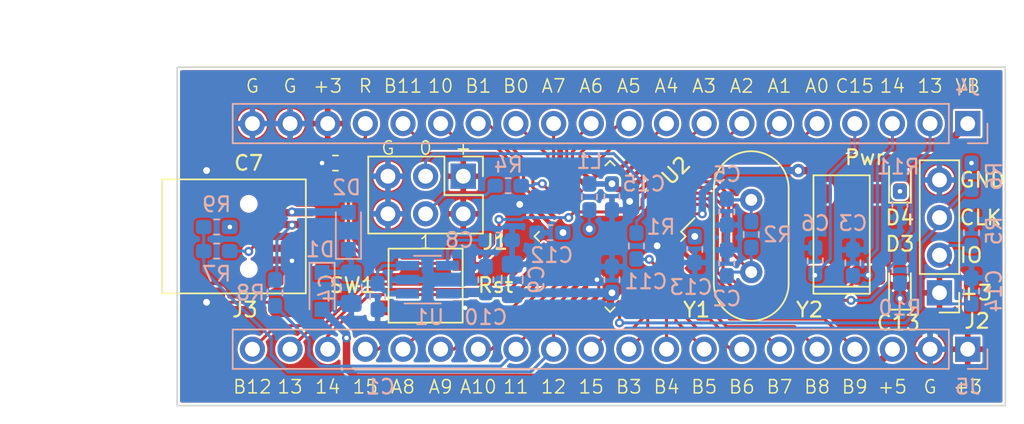
<source format=kicad_pcb>
(kicad_pcb (version 20171130) (host pcbnew "(5.1.5)-3")
  (layers (0 F.Cu signal) (31 B.Cu signal) (34 B.Paste user) (35 F.Paste user) (36 B.SilkS user) (37 F.SilkS user) (38 B.Mask user) (39 F.Mask user) (44 Edge.Cuts user))
  (net 0 "")
  (net 1 GND)
  (net 2 +5V)
  (net 3 /Reset)
  (net 4 +3V3)
  (net 5 /Boot1R)
  (net 6 /Boot0R)
  (net 7 /Boot0)
  (net 8 /DCLK)
  (net 9 /DIO)
  (net 10 /D+)
  (net 11 /D-)
  (net 12 /B11)
  (net 13 /B10)
  (net 14 /B1)
  (net 15 /B0)
  (net 16 /A7)
  (net 17 /A5)
  (net 18 /A4)
  (net 19 /A3)
  (net 20 /A2)
  (net 21 /A1)
  (net 22 /A0)
  (net 23 /C15)
  (net 24 /C14)
  (net 25 /C13)
  (net 26 /3VB)
  (net 27 /B12)
  (net 28 /B13)
  (net 29 /B14)
  (net 30 /B15)
  (net 31 /A8)
  (net 32 /A9)
  (net 33 /A10)
  (net 34 /A11)
  (net 35 /A12)
  (net 36 /A15)
  (net 37 /B3)
  (net 38 /B4)
  (net 39 /B5)
  (net 40 /B6)
  (net 41 /B7)
  (net 42 /B8)
  (net 43 /B9)
  (net 44 /B2)
  (net 45 /D0)
  (net 46 /D1)
  (net 47 /A6)
  (net 48 /LedR)
  (net 49 /PLedR)
  (net 50 /BP)
  (net 51 /+VUSB)
  (net 52 /VDDA)
  (net 53 /5VIn)
  (module Capacitor_SMD:C_0805_2012Metric_Pad1.15x1.40mm_HandSolder (layer B.Cu) (at 149.5425 106.3715 270)
    (fp_text reference C4 (at 0 1.65 90) (layer B.SilkS) (effects (justify mirror)))
    (fp_text value 10u)
    (pad 2 smd roundrect (at 1.025 0 270) (size 1.15 1.4) (layers B.Cu B.Paste B.Mask) (roundrect_rratio 0.217391) (net 1 GND))
    (pad 1 smd roundrect (at -1.025 0 270) (size 1.15 1.4) (layers B.Cu B.Paste B.Mask) (roundrect_rratio 0.217391) (net 2 +5V))
  )
  (module Capacitor_SMD:C_0805_2012Metric_Pad1.15x1.40mm_HandSolder (layer B.Cu) (at 160.401 105.777 90)
    (fp_text reference C9 (at 0 1.65 90) (layer B.SilkS) (effects (justify mirror)))
    (fp_text value 10u)
    (pad 2 smd roundrect (at 1.025 0 90) (size 1.15 1.4) (layers B.Cu B.Paste B.Mask) (roundrect_rratio 0.217391) (net 1 GND))
    (pad 1 smd roundrect (at -1.025 0 90) (size 1.15 1.4) (layers B.Cu B.Paste B.Mask) (roundrect_rratio 0.217391) (net 4 +3V3))
  )
  (module Diode_SMD:D_SOD-323_HandSoldering (layer B.Cu) (at 147.574 106.553 270)
    (fp_text reference D1 (at -2.794 0.127 180) (layer B.SilkS) (effects (justify mirror)))
    (fp_text value CUS551V30,H3F)
    (pad 2 smd rect (at 1.25 0 270) (size 1 1) (layers B.Cu B.Paste B.Mask) (net 53 /5VIn))
    (pad 1 smd rect (at -1.25 0 270) (size 1 1) (layers B.Cu B.Paste B.Mask) (net 2 +5V))
  )
  (module Diode_SMD:D_SOD-323_HandSoldering (layer B.Cu) (at 149.352 102.489 90)
    (fp_text reference D2 (at 2.921 -0.127 180) (layer B.SilkS) (effects (justify mirror)))
    (fp_text value CUS551V30,H3F)
    (pad 2 smd rect (at 1.25 0 90) (size 1 1) (layers B.Cu B.Paste B.Mask) (net 51 /+VUSB))
    (pad 1 smd rect (at -1.25 0 90) (size 1 1) (layers B.Cu B.Paste B.Mask) (net 2 +5V))
  )
  (module Capacitor_SMD:C_0603_1608Metric_Pad1.05x0.95mm_HandSolder (layer B.Cu) (at 158.623 105.791 90)
    (fp_text reference C10 (at -2.54 0 180) (layer B.SilkS) (effects (justify mirror)))
    (fp_text value .1uf)
    (pad 2 smd roundrect (at 0.875 0 90) (size 1.05 0.95) (layers B.Cu B.Paste B.Mask) (net 1 GND))
    (pad 1 smd roundrect (at -0.875 0 90) (size 1.05 0.95) (layers B.Cu B.Paste B.Mask) (net 4 +3V3))
  )
  (module Connector_PinHeader_2.54mm:PinHeader_2x03_P2.54mm_Vertical (layer F.Cu) (at 157.099 98.806 270)
    (fp_text reference J1 (at 4.445 -2.159 180) (layer F.SilkS))
    (fp_text value Conn_02x03_Odd_Even)
    (pad 6 thru_hole oval (at 2.54 5.08 270) (size 1.7 1.7) (drill 1) (layers *.Cu *.Mask) (net 1 GND))
    (pad 5 thru_hole oval (at 0 5.08 270) (size 1.7 1.7) (drill 1) (layers *.Cu *.Mask) (net 1 GND))
    (pad 4 thru_hole oval (at 2.54 2.54 270) (size 1.7 1.7) (drill 1) (layers *.Cu *.Mask) (net 5 /Boot1R))
    (pad 3 thru_hole oval (at 0 2.54 270) (size 1.7 1.7) (drill 1) (layers *.Cu *.Mask) (net 6 /Boot0R))
    (pad 2 thru_hole oval (at 2.54 0 270) (size 1.7 1.7) (drill 1) (layers *.Cu *.Mask) (net 4 +3V3))
    (pad 1 thru_hole rect (at 0 0 270) (size 1.7 1.7) (drill 1) (layers *.Cu *.Mask) (net 4 +3V3))
  )
  (module Inductor_SMD:L_0603_1608Metric_Pad1.05x0.95mm_HandSolder (layer B.Cu) (at 165.608 100.203 90)
    (fp_text reference L1 (at 2.413 0 180) (layer B.SilkS) (effects (justify mirror)))
    (fp_text value BLM18AG102SN1D)
    (pad 2 smd roundrect (at 0.875 0 90) (size 1.05 0.95) (layers B.Cu B.Paste B.Mask) (net 52 /VDDA))
    (pad 1 smd roundrect (at -0.875 0 90) (size 1.05 0.95) (layers B.Cu B.Paste B.Mask) (net 4 +3V3))
  )
  (module Package_TO_SOT_SMD:SOT-23-5_HandSoldering (layer B.Cu) (at 154.686 105.791)
    (fp_text reference U1 (at 0.127 2.54) (layer B.SilkS) (effects (justify mirror)))
    (fp_text value RT9193)
    (pad 5 smd rect (at 1.35 0.95) (size 1.56 0.65) (layers B.Cu B.Paste B.Mask) (net 4 +3V3))
    (pad 4 smd rect (at 1.35 -0.95) (size 1.56 0.65) (layers B.Cu B.Paste B.Mask) (net 50 /BP))
    (pad 3 smd rect (at -1.35 -0.95) (size 1.56 0.65) (layers B.Cu B.Paste B.Mask) (net 2 +5V))
    (pad 2 smd rect (at -1.35 0) (size 1.56 0.65) (layers B.Cu B.Paste B.Mask) (net 1 GND))
    (pad 1 smd rect (at -1.35 0.95) (size 1.56 0.65) (layers B.Cu B.Paste B.Mask) (net 2 +5V))
  )
  (module Capacitor_SMD:C_0603_1608Metric_Pad1.05x0.95mm_HandSolder (layer B.Cu) (at 159.526 103.124)
    (fp_text reference C8 (at -2.681 0) (layer B.SilkS) (effects (justify mirror)))
    (fp_text value .1u)
    (pad 2 smd roundrect (at 0.875 0) (size 1.05 0.95) (layers B.Cu B.Paste B.Mask) (net 1 GND))
    (pad 1 smd roundrect (at -0.875 0) (size 1.05 0.95) (layers B.Cu B.Paste B.Mask) (net 50 /BP))
  )
  (module Capacitor_SMD:C_0603_1608Metric_Pad1.05x0.95mm_HandSolder (layer B.Cu) (at 167.132 100.203 270)
    (fp_text reference C15 (at -0.889 -2.159 180) (layer B.SilkS) (effects (justify mirror)))
    (fp_text value .1uf)
    (pad 2 smd roundrect (at 0.875 0 270) (size 1.05 0.95) (layers B.Cu B.Paste B.Mask) (net 1 GND))
    (pad 1 smd roundrect (at -0.875 0 270) (size 1.05 0.95) (layers B.Cu B.Paste B.Mask) (net 52 /VDDA))
  )
  (module Capacitor_SMD:C_0603_1608Metric_Pad1.05x0.95mm_HandSolder (layer B.Cu) (at 172.72 103.759 270)
    (fp_text reference C13 (at 2.54 0.254 180) (layer B.SilkS) (effects (justify mirror)))
    (fp_text value .1uf)
    (pad 2 smd roundrect (at 0.875 0 270) (size 1.05 0.95) (layers B.Cu B.Paste B.Mask) (net 1 GND))
    (pad 1 smd roundrect (at -0.875 0 270) (size 1.05 0.95) (layers B.Cu B.Paste B.Mask) (net 4 +3V3))
  )
  (module Capacitor_SMD:C_0603_1608Metric_Pad1.05x0.95mm_HandSolder (layer B.Cu) (at 162.941 102.616 180)
    (fp_text reference C12 (at -0.127 -1.524) (layer B.SilkS) (effects (justify mirror)))
    (fp_text value .1uf)
    (pad 2 smd roundrect (at 0.875 0 180) (size 1.05 0.95) (layers B.Cu B.Paste B.Mask) (net 1 GND))
    (pad 1 smd roundrect (at -0.875 0 180) (size 1.05 0.95) (layers B.Cu B.Paste B.Mask) (net 4 +3V3))
  )
  (module Capacitor_SMD:C_0603_1608Metric_Pad1.05x0.95mm_HandSolder (layer B.Cu) (at 167.132 105.791 90)
    (fp_text reference C11 (at -0.127 2.286 180) (layer B.SilkS) (effects (justify mirror)))
    (fp_text value .1uf)
    (pad 2 smd roundrect (at 0.875 0 90) (size 1.05 0.95) (layers B.Cu B.Paste B.Mask) (net 1 GND))
    (pad 1 smd roundrect (at -0.875 0 90) (size 1.05 0.95) (layers B.Cu B.Paste B.Mask) (net 4 +3V3))
  )
  (module Resistor_SMD:R_0603_1608Metric_Pad1.05x0.95mm_HandSolder (layer B.Cu) (at 186.563 100.711 270)
    (fp_text reference R11 (at -2.54 0.127 180) (layer B.SilkS) (effects (justify mirror)))
    (fp_text value 10k)
    (pad 2 smd roundrect (at 0.875 0 270) (size 1.05 0.95) (layers B.Cu B.Paste B.Mask) (net 1 GND))
    (pad 1 smd roundrect (at -0.875 0 270) (size 1.05 0.95) (layers B.Cu B.Paste B.Mask) (net 49 /PLedR))
  )
  (module Resistor_SMD:R_0603_1608Metric_Pad1.05x0.95mm_HandSolder (layer B.Cu) (at 186.563 105.156 90)
    (fp_text reference R10 (at -2.54 0 180) (layer B.SilkS) (effects (justify mirror)))
    (fp_text value 10k)
    (pad 2 smd roundrect (at 0.875 0 90) (size 1.05 0.95) (layers B.Cu B.Paste B.Mask) (net 25 /C13))
    (pad 1 smd roundrect (at -0.875 0 90) (size 1.05 0.95) (layers B.Cu B.Paste B.Mask) (net 48 /LedR))
  )
  (module LED_SMD:LED_0603_1608Metric_Pad1.05x0.95mm_HandSolder (layer F.Cu) (at 186.563 98.933 90)
    (fp_text reference D4 (at -2.667 0 180) (layer F.SilkS))
    (fp_text value LED)
    (pad 2 smd roundrect (at 0.875 0 90) (size 1.05 0.95) (layers F.Cu F.Paste F.Mask) (net 4 +3V3))
    (pad 1 smd roundrect (at -0.875 0 90) (size 1.05 0.95) (layers F.Cu F.Paste F.Mask) (net 49 /PLedR))
  )
  (module LED_SMD:LED_0603_1608Metric_Pad1.05x0.95mm_HandSolder (layer F.Cu) (at 186.563 106.158 90)
    (fp_text reference D3 (at 2.78 0 180) (layer F.SilkS))
    (fp_text value LED)
    (pad 2 smd roundrect (at 0.875 0 90) (size 1.05 0.95) (layers F.Cu F.Paste F.Mask) (net 4 +3V3))
    (pad 1 smd roundrect (at -0.875 0 90) (size 1.05 0.95) (layers F.Cu F.Paste F.Mask) (net 48 /LedR))
  )
  (module Resistor_SMD:R_0603_1608Metric_Pad1.05x0.95mm_HandSolder (layer B.Cu) (at 176.53 102.743 270)
    (fp_text reference R2 (at 0 -1.778 180) (layer B.SilkS) (effects (justify mirror)))
    (fp_text value R)
    (pad 2 smd roundrect (at 0.875 0 270) (size 1.05 0.95) (layers B.Cu B.Paste B.Mask) (net 45 /D0))
    (pad 1 smd roundrect (at -0.875 0 270) (size 1.05 0.95) (layers B.Cu B.Paste B.Mask) (net 46 /D1))
  )
  (module Resistor_SMD:R_0603_1608Metric_Pad1.05x0.95mm_HandSolder (layer B.Cu) (at 191.389 98.806 270)
    (fp_text reference R6 (at 0 -1.524 270) (layer B.SilkS) (effects (justify mirror)))
    (fp_text value 10k)
    (pad 2 smd roundrect (at 0.875 0 270) (size 1.05 0.95) (layers B.Cu B.Paste B.Mask) (net 8 /DCLK))
    (pad 1 smd roundrect (at -0.875 0 270) (size 1.05 0.95) (layers B.Cu B.Paste B.Mask) (net 4 +3V3))
  )
  (module Resistor_SMD:R_0603_1608Metric_Pad1.05x0.95mm_HandSolder (layer B.Cu) (at 191.389 102.616 270)
    (fp_text reference R5 (at -0.127 -1.524 270) (layer B.SilkS) (effects (justify mirror)))
    (fp_text value 10k)
    (pad 2 smd roundrect (at 0.875 0 270) (size 1.05 0.95) (layers B.Cu B.Paste B.Mask) (net 9 /DIO))
    (pad 1 smd roundrect (at -0.875 0 270) (size 1.05 0.95) (layers B.Cu B.Paste B.Mask) (net 1 GND))
  )
  (module Capacitor_SMD:C_0603_1608Metric_Pad1.05x0.95mm_HandSolder (layer B.Cu) (at 191.389 106.553 90)
    (fp_text reference C14 (at 0 1.524 270) (layer B.SilkS) (effects (justify mirror)))
    (fp_text value .1uf)
    (pad 2 smd roundrect (at 0.875 0 90) (size 1.05 0.95) (layers B.Cu B.Paste B.Mask) (net 1 GND))
    (pad 1 smd roundrect (at -0.875 0 90) (size 1.05 0.95) (layers B.Cu B.Paste B.Mask) (net 4 +3V3))
  )
  (module 0MiscParts:RSM2000S (layer F.Cu) (at 182.626 102.743 90)
    (fp_text reference Y2 (at -5.08 -2.159 180) (layer F.SilkS))
    (fp_text value RSM200S-32.768-12.5-10PPM-NPB)
    (pad 4 smd roundrect (at -2.75 -1.8 90) (size 1.3 2.3) (layers F.Cu F.Paste F.Mask) (net 23 /C15))
    (pad 3 smd roundrect (at 2.75 -1.8 90) (size 1.3 2.3) (layers F.Cu F.Paste F.Mask))
    (pad 2 smd roundrect (at 2.75 1.8 90) (size 1.3 2.3) (layers F.Cu F.Paste F.Mask))
    (pad 1 smd roundrect (at -2.75 1.8 90) (size 1.3 2.3) (layers F.Cu F.Paste F.Mask) (net 24 /C14))
  )
  (module Crystal:Crystal_HC49-4H_Vertical (layer F.Cu) (at 176.53 105.283 90)
    (fp_text reference Y1 (at -2.54 -3.683 180) (layer F.SilkS))
    (fp_text value "ABL-8.000MHZ-B2‎ ")
    (pad 2 thru_hole circle (at 4.88 0 90) (size 1.5 1.5) (drill 0.8) (layers *.Cu *.Mask) (net 46 /D1))
    (pad 1 thru_hole circle (at 0 0 90) (size 1.5 1.5) (drill 0.8) (layers *.Cu *.Mask) (net 45 /D0))
  )
  (module Resistor_SMD:R_0603_1608Metric_Pad1.05x0.95mm_HandSolder (layer B.Cu) (at 140.462 102.235 180)
    (fp_text reference R9 (at 0 1.524) (layer B.SilkS) (effects (justify mirror)))
    (fp_text value 1.5k)
    (pad 2 smd roundrect (at 0.875 0 180) (size 1.05 0.95) (layers B.Cu B.Paste B.Mask) (net 35 /A12))
    (pad 1 smd roundrect (at -0.875 0 180) (size 1.05 0.95) (layers B.Cu B.Paste B.Mask) (net 4 +3V3))
  )
  (module Resistor_SMD:R_0603_1608Metric_Pad1.05x0.95mm_HandSolder (layer B.Cu) (at 144.399 106.68 90)
    (fp_text reference R8 (at 0 -1.651 180) (layer B.SilkS) (effects (justify mirror)))
    (fp_text value 22)
    (pad 2 smd roundrect (at 0.875 0 90) (size 1.05 0.95) (layers B.Cu B.Paste B.Mask) (net 11 /D-))
    (pad 1 smd roundrect (at -0.875 0 90) (size 1.05 0.95) (layers B.Cu B.Paste B.Mask) (net 34 /A11))
  )
  (module Resistor_SMD:R_0603_1608Metric_Pad1.05x0.95mm_HandSolder (layer B.Cu) (at 140.462 103.8606)
    (fp_text reference R7 (at 0 1.5494) (layer B.SilkS) (effects (justify mirror)))
    (fp_text value 22)
    (pad 2 smd roundrect (at 0.875 0) (size 1.05 0.95) (layers B.Cu B.Paste B.Mask) (net 10 /D+))
    (pad 1 smd roundrect (at -0.875 0) (size 1.05 0.95) (layers B.Cu B.Paste B.Mask) (net 35 /A12))
  )
  (module Resistor_SMD:R_0603_1608Metric_Pad1.05x0.95mm_HandSolder (layer B.Cu) (at 160.133 99.441 180)
    (fp_text reference R4 (at -0.014 1.397) (layer B.SilkS) (effects (justify mirror)))
    (fp_text value 100k)
    (pad 2 smd roundrect (at 0.875 0 180) (size 1.05 0.95) (layers B.Cu B.Paste B.Mask) (net 5 /Boot1R))
    (pad 1 smd roundrect (at -0.875 0 180) (size 1.05 0.95) (layers B.Cu B.Paste B.Mask) (net 44 /B2))
  )
  (module Resistor_SMD:R_0603_1608Metric_Pad1.05x0.95mm_HandSolder (layer B.Cu) (at 168.783 103.519 90)
    (fp_text reference R1 (at 1.284 1.651 180) (layer B.SilkS) (effects (justify mirror)))
    (fp_text value 100k)
    (pad 2 smd roundrect (at 0.875 0 90) (size 1.05 0.95) (layers B.Cu B.Paste B.Mask) (net 6 /Boot0R))
    (pad 1 smd roundrect (at -0.875 0 90) (size 1.05 0.95) (layers B.Cu B.Paste B.Mask) (net 7 /Boot0))
  )
  (module 0MiscParts:PB_PTS-647 (layer F.Cu) (at 154.559 106.196)
    (fp_text reference SW1 (at -4.953 -0.024) (layer F.SilkS))
    (fp_text value "PTS 647 SK38 SMTR2 LFS")
    (pad 2 smd rect (at 2.625 1.5) (size 1.55 1) (layers F.Cu F.Paste F.Mask) (net 1 GND))
    (pad 2 smd rect (at -2.625 1.5) (size 1.55 1) (layers F.Cu F.Paste F.Mask) (net 1 GND))
    (pad 1 smd rect (at 2.625 -1.5) (size 1.55 1) (layers F.Cu F.Paste F.Mask) (net 3 /Reset))
    (pad 1 smd rect (at -2.625 -1.5) (size 1.55 1) (layers F.Cu F.Paste F.Mask) (net 3 /Reset))
  )
  (module Connector_PinHeader_2.54mm:PinHeader_1x20_P2.54mm_Vertical (layer B.Cu) (at 191.135 110.49 90)
    (fp_text reference J5 (at -2.54 0 -180) (layer B.SilkS) (effects (justify mirror)))
    (fp_text value Conn_01x20_Male)
    (pad 20 thru_hole oval (at 0 -48.26 90) (size 1.7 1.7) (drill 1) (layers *.Cu *.Mask) (net 27 /B12))
    (pad 19 thru_hole oval (at 0 -45.72 90) (size 1.7 1.7) (drill 1) (layers *.Cu *.Mask) (net 28 /B13))
    (pad 18 thru_hole oval (at 0 -43.18 90) (size 1.7 1.7) (drill 1) (layers *.Cu *.Mask) (net 29 /B14))
    (pad 17 thru_hole oval (at 0 -40.64 90) (size 1.7 1.7) (drill 1) (layers *.Cu *.Mask) (net 30 /B15))
    (pad 16 thru_hole oval (at 0 -38.1 90) (size 1.7 1.7) (drill 1) (layers *.Cu *.Mask) (net 31 /A8))
    (pad 15 thru_hole oval (at 0 -35.56 90) (size 1.7 1.7) (drill 1) (layers *.Cu *.Mask) (net 32 /A9))
    (pad 14 thru_hole oval (at 0 -33.02 90) (size 1.7 1.7) (drill 1) (layers *.Cu *.Mask) (net 33 /A10))
    (pad 13 thru_hole oval (at 0 -30.48 90) (size 1.7 1.7) (drill 1) (layers *.Cu *.Mask) (net 34 /A11))
    (pad 12 thru_hole oval (at 0 -27.94 90) (size 1.7 1.7) (drill 1) (layers *.Cu *.Mask) (net 35 /A12))
    (pad 11 thru_hole oval (at 0 -25.4 90) (size 1.7 1.7) (drill 1) (layers *.Cu *.Mask) (net 36 /A15))
    (pad 10 thru_hole oval (at 0 -22.86 90) (size 1.7 1.7) (drill 1) (layers *.Cu *.Mask) (net 37 /B3))
    (pad 9 thru_hole oval (at 0 -20.32 90) (size 1.7 1.7) (drill 1) (layers *.Cu *.Mask) (net 38 /B4))
    (pad 8 thru_hole oval (at 0 -17.78 90) (size 1.7 1.7) (drill 1) (layers *.Cu *.Mask) (net 39 /B5))
    (pad 7 thru_hole oval (at 0 -15.24 90) (size 1.7 1.7) (drill 1) (layers *.Cu *.Mask) (net 40 /B6))
    (pad 6 thru_hole oval (at 0 -12.7 90) (size 1.7 1.7) (drill 1) (layers *.Cu *.Mask) (net 41 /B7))
    (pad 5 thru_hole oval (at 0 -10.16 90) (size 1.7 1.7) (drill 1) (layers *.Cu *.Mask) (net 42 /B8))
    (pad 4 thru_hole oval (at 0 -7.62 90) (size 1.7 1.7) (drill 1) (layers *.Cu *.Mask) (net 43 /B9))
    (pad 3 thru_hole oval (at 0 -5.08 90) (size 1.7 1.7) (drill 1) (layers *.Cu *.Mask) (net 53 /5VIn))
    (pad 2 thru_hole oval (at 0 -2.54 90) (size 1.7 1.7) (drill 1) (layers *.Cu *.Mask) (net 1 GND))
    (pad 1 thru_hole rect (at 0 0 90) (size 1.7 1.7) (drill 1) (layers *.Cu *.Mask) (net 4 +3V3))
  )
  (module Connector_PinHeader_2.54mm:PinHeader_1x20_P2.54mm_Vertical (layer B.Cu) (at 191.135 95.25 90)
    (fp_text reference J4 (at 2.413 0 -180) (layer B.SilkS) (effects (justify mirror)))
    (fp_text value Conn_01x20_Male)
    (pad 20 thru_hole oval (at 0 -48.26 90) (size 1.7 1.7) (drill 1) (layers *.Cu *.Mask) (net 1 GND))
    (pad 19 thru_hole oval (at 0 -45.72 90) (size 1.7 1.7) (drill 1) (layers *.Cu *.Mask) (net 1 GND))
    (pad 18 thru_hole oval (at 0 -43.18 90) (size 1.7 1.7) (drill 1) (layers *.Cu *.Mask) (net 4 +3V3))
    (pad 17 thru_hole oval (at 0 -40.64 90) (size 1.7 1.7) (drill 1) (layers *.Cu *.Mask) (net 3 /Reset))
    (pad 16 thru_hole oval (at 0 -38.1 90) (size 1.7 1.7) (drill 1) (layers *.Cu *.Mask) (net 12 /B11))
    (pad 15 thru_hole oval (at 0 -35.56 90) (size 1.7 1.7) (drill 1) (layers *.Cu *.Mask) (net 13 /B10))
    (pad 14 thru_hole oval (at 0 -33.02 90) (size 1.7 1.7) (drill 1) (layers *.Cu *.Mask) (net 14 /B1))
    (pad 13 thru_hole oval (at 0 -30.48 90) (size 1.7 1.7) (drill 1) (layers *.Cu *.Mask) (net 15 /B0))
    (pad 12 thru_hole oval (at 0 -27.94 90) (size 1.7 1.7) (drill 1) (layers *.Cu *.Mask) (net 16 /A7))
    (pad 11 thru_hole oval (at 0 -25.4 90) (size 1.7 1.7) (drill 1) (layers *.Cu *.Mask) (net 47 /A6))
    (pad 10 thru_hole oval (at 0 -22.86 90) (size 1.7 1.7) (drill 1) (layers *.Cu *.Mask) (net 17 /A5))
    (pad 9 thru_hole oval (at 0 -20.32 90) (size 1.7 1.7) (drill 1) (layers *.Cu *.Mask) (net 18 /A4))
    (pad 8 thru_hole oval (at 0 -17.78 90) (size 1.7 1.7) (drill 1) (layers *.Cu *.Mask) (net 19 /A3))
    (pad 7 thru_hole oval (at 0 -15.24 90) (size 1.7 1.7) (drill 1) (layers *.Cu *.Mask) (net 20 /A2))
    (pad 6 thru_hole oval (at 0 -12.7 90) (size 1.7 1.7) (drill 1) (layers *.Cu *.Mask) (net 21 /A1))
    (pad 5 thru_hole oval (at 0 -10.16 90) (size 1.7 1.7) (drill 1) (layers *.Cu *.Mask) (net 22 /A0))
    (pad 4 thru_hole oval (at 0 -7.62 90) (size 1.7 1.7) (drill 1) (layers *.Cu *.Mask) (net 23 /C15))
    (pad 3 thru_hole oval (at 0 -5.08 90) (size 1.7 1.7) (drill 1) (layers *.Cu *.Mask) (net 24 /C14))
    (pad 2 thru_hole oval (at 0 -2.54 90) (size 1.7 1.7) (drill 1) (layers *.Cu *.Mask) (net 25 /C13))
    (pad 1 thru_hole rect (at 0 0 90) (size 1.7 1.7) (drill 1) (layers *.Cu *.Mask) (net 26 /3VB))
  )
  (module 0MiscParts:USB_Mini_B (layer F.Cu) (at 136.779 102.87 270)
    (fp_text reference J3 (at 4.953 -5.588 180) (layer F.SilkS))
    (fp_text value 10033526-N3212MLF)
    (pad 5 smd rect (at 1.6 -8.75 270) (size 0.5 2.9) (layers F.Cu F.Paste F.Mask) (net 1 GND))
    (pad 4 smd rect (at 0.8 -8.75 270) (size 0.5 2.9) (layers F.Cu F.Paste F.Mask) (net 1 GND))
    (pad 3 smd rect (at 0 -8.75 270) (size 0.5 2.9) (layers F.Cu F.Paste F.Mask) (net 10 /D+))
    (pad 2 smd rect (at -0.8 -8.75 270) (size 0.5 2.9) (layers F.Cu F.Paste F.Mask) (net 11 /D-))
    (pad 1 smd rect (at -1.6 -8.75 270) (size 0.5 2.9) (layers F.Cu F.Paste F.Mask) (net 51 /+VUSB))
    (pad "" np_thru_hole circle (at 2.2 -5.85 270) (size 0.9 0.9) (drill 0.9) (layers *.Cu *.Mask))
    (pad "" np_thru_hole circle (at -2.2 -5.85 270) (size 0.9 0.9) (drill 0.9) (layers *.Cu *.Mask))
    (pad 6 smd roundrect (at 4.45 -8.45 270) (size 2 2.5) (layers F.Cu F.Paste F.Mask) (net 1 GND))
    (pad 6 smd roundrect (at -4.45 -8.45 270) (size 2 2.5) (layers F.Cu F.Paste F.Mask) (net 1 GND))
    (pad 6 smd roundrect (at 4.45 -3 270) (size 2 2.5) (layers F.Cu F.Paste F.Mask) (net 1 GND))
    (pad 6 smd roundrect (at -4.45 -3 270) (size 2 2.5) (layers F.Cu F.Paste F.Mask) (net 1 GND))
  )
  (module Connector_PinHeader_2.54mm:PinHeader_1x04_P2.54mm_Vertical (layer F.Cu) (at 189.23 106.68 180)
    (fp_text reference J2 (at -2.54 -1.905) (layer F.SilkS))
    (fp_text value Conn_01x04_Male)
    (pad 4 thru_hole oval (at 0 7.62 180) (size 1.7 1.7) (drill 1) (layers *.Cu *.Mask) (net 1 GND))
    (pad 3 thru_hole oval (at 0 5.08 180) (size 1.7 1.7) (drill 1) (layers *.Cu *.Mask) (net 8 /DCLK))
    (pad 2 thru_hole oval (at 0 2.54 180) (size 1.7 1.7) (drill 1) (layers *.Cu *.Mask) (net 9 /DIO))
    (pad 1 thru_hole rect (at 0 0 180) (size 1.7 1.7) (drill 1) (layers *.Cu *.Mask) (net 4 +3V3))
  )
  (module Capacitor_SMD:C_0603_1608Metric_Pad1.05x0.95mm_HandSolder (layer F.Cu) (at 148.477 97.917 180)
    (fp_text reference C7 (at 5.856 0) (layer F.SilkS))
    (fp_text value .1uf)
    (pad 2 smd roundrect (at 0.875 0 180) (size 1.05 0.95) (layers F.Cu F.Paste F.Mask) (net 1 GND))
    (pad 1 smd roundrect (at -0.875 0 180) (size 1.05 0.95) (layers F.Cu F.Paste F.Mask) (net 3 /Reset))
  )
  (module Capacitor_SMD:C_0603_1608Metric_Pad1.05x0.95mm_HandSolder (layer B.Cu) (at 180.848 104.521 90)
    (fp_text reference C6 (at 2.54 0 180) (layer B.SilkS) (effects (justify mirror)))
    (fp_text value 12.5)
    (pad 2 smd roundrect (at 0.875 0 90) (size 1.05 0.95) (layers B.Cu B.Paste B.Mask) (net 1 GND))
    (pad 1 smd roundrect (at -0.875 0 90) (size 1.05 0.95) (layers B.Cu B.Paste B.Mask) (net 23 /C15))
  )
  (module Capacitor_SMD:C_0603_1608Metric_Pad1.05x0.95mm_HandSolder (layer B.Cu) (at 174.879 101.219 270)
    (fp_text reference C5 (at -2.54 0 180) (layer B.SilkS) (effects (justify mirror)))
    (fp_text value 18pf)
    (pad 2 smd roundrect (at 0.875 0 270) (size 1.05 0.95) (layers B.Cu B.Paste B.Mask) (net 1 GND))
    (pad 1 smd roundrect (at -0.875 0 270) (size 1.05 0.95) (layers B.Cu B.Paste B.Mask) (net 46 /D1))
  )
  (module Capacitor_SMD:C_0603_1608Metric_Pad1.05x0.95mm_HandSolder (layer B.Cu) (at 183.388 104.648 90)
    (fp_text reference C3 (at 2.667 0 180) (layer B.SilkS) (effects (justify mirror)))
    (fp_text value 12.5)
    (pad 2 smd roundrect (at 0.875 0 90) (size 1.05 0.95) (layers B.Cu B.Paste B.Mask) (net 1 GND))
    (pad 1 smd roundrect (at -0.875 0 90) (size 1.05 0.95) (layers B.Cu B.Paste B.Mask) (net 24 /C14))
  )
  (module Capacitor_SMD:C_0603_1608Metric_Pad1.05x0.95mm_HandSolder (layer B.Cu) (at 174.879 104.662 90)
    (fp_text reference C2 (at -2.413 0 180) (layer B.SilkS) (effects (justify mirror)))
    (fp_text value 18pf)
    (pad 2 smd roundrect (at 0.875 0 90) (size 1.05 0.95) (layers B.Cu B.Paste B.Mask) (net 1 GND))
    (pad 1 smd roundrect (at -0.875 0 90) (size 1.05 0.95) (layers B.Cu B.Paste B.Mask) (net 45 /D0))
  )
  (module Capacitor_SMD:C_0603_1608Metric_Pad1.05x0.95mm_HandSolder (layer B.Cu) (at 151.3205 106.934 270)
    (fp_text reference C1 (at 6.096 -0.1905 180) (layer B.SilkS) (effects (justify mirror)))
    (fp_text value .1uf)
    (pad 2 smd roundrect (at 0.875 0 270) (size 1.05 0.95) (layers B.Cu B.Paste B.Mask) (net 1 GND))
    (pad 1 smd roundrect (at -0.875 0 270) (size 1.05 0.95) (layers B.Cu B.Paste B.Mask) (net 2 +5V))
  )
  (module Package_QFP:LQFP-48_7x7mm_P0.5mm (layer F.Cu) (at 167.005 102.87 225)
    (fp_text reference U2 (at -6.286179 0 45) (layer F.SilkS))
    (fp_text value STM32F103CBTx)
    (pad 48 smd roundrect (at -2.75 -4.1625 225) (size 0.3 1.475) (layers F.Cu F.Paste F.Mask) (net 4 +3V3))
    (pad 47 smd roundrect (at -2.25 -4.1625 225) (size 0.3 1.475) (layers F.Cu F.Paste F.Mask) (net 1 GND))
    (pad 46 smd roundrect (at -1.75 -4.1625 225) (size 0.3 1.475) (layers F.Cu F.Paste F.Mask) (net 43 /B9))
    (pad 45 smd roundrect (at -1.25 -4.1625 225) (size 0.3 1.475) (layers F.Cu F.Paste F.Mask) (net 42 /B8))
    (pad 44 smd roundrect (at -0.75 -4.1625 225) (size 0.3 1.475) (layers F.Cu F.Paste F.Mask) (net 7 /Boot0))
    (pad 43 smd roundrect (at -0.25 -4.1625 225) (size 0.3 1.475) (layers F.Cu F.Paste F.Mask) (net 41 /B7))
    (pad 42 smd roundrect (at 0.25 -4.1625 225) (size 0.3 1.475) (layers F.Cu F.Paste F.Mask) (net 40 /B6))
    (pad 41 smd roundrect (at 0.75 -4.1625 225) (size 0.3 1.475) (layers F.Cu F.Paste F.Mask) (net 39 /B5))
    (pad 40 smd roundrect (at 1.25 -4.1625 225) (size 0.3 1.475) (layers F.Cu F.Paste F.Mask) (net 38 /B4))
    (pad 39 smd roundrect (at 1.75 -4.1625 225) (size 0.3 1.475) (layers F.Cu F.Paste F.Mask) (net 37 /B3))
    (pad 38 smd roundrect (at 2.25 -4.1625 225) (size 0.3 1.475) (layers F.Cu F.Paste F.Mask) (net 36 /A15))
    (pad 37 smd roundrect (at 2.75 -4.1625 225) (size 0.3 1.475) (layers F.Cu F.Paste F.Mask) (net 8 /DCLK))
    (pad 36 smd roundrect (at 4.1625 -2.75 225) (size 1.475 0.3) (layers F.Cu F.Paste F.Mask) (net 4 +3V3))
    (pad 35 smd roundrect (at 4.1625 -2.25 225) (size 1.475 0.3) (layers F.Cu F.Paste F.Mask) (net 1 GND))
    (pad 34 smd roundrect (at 4.1625 -1.75 225) (size 1.475 0.3) (layers F.Cu F.Paste F.Mask) (net 9 /DIO))
    (pad 33 smd roundrect (at 4.1625 -1.25 225) (size 1.475 0.3) (layers F.Cu F.Paste F.Mask) (net 35 /A12))
    (pad 32 smd roundrect (at 4.1625 -0.75 225) (size 1.475 0.3) (layers F.Cu F.Paste F.Mask) (net 34 /A11))
    (pad 31 smd roundrect (at 4.1625 -0.25 225) (size 1.475 0.3) (layers F.Cu F.Paste F.Mask) (net 33 /A10))
    (pad 30 smd roundrect (at 4.1625 0.25 225) (size 1.475 0.3) (layers F.Cu F.Paste F.Mask) (net 32 /A9))
    (pad 29 smd roundrect (at 4.1625 0.75 225) (size 1.475 0.3) (layers F.Cu F.Paste F.Mask) (net 31 /A8))
    (pad 28 smd roundrect (at 4.1625 1.25 225) (size 1.475 0.3) (layers F.Cu F.Paste F.Mask) (net 30 /B15))
    (pad 27 smd roundrect (at 4.1625 1.75 225) (size 1.475 0.3) (layers F.Cu F.Paste F.Mask) (net 29 /B14))
    (pad 26 smd roundrect (at 4.1625 2.25 225) (size 1.475 0.3) (layers F.Cu F.Paste F.Mask) (net 28 /B13))
    (pad 25 smd roundrect (at 4.1625 2.75 225) (size 1.475 0.3) (layers F.Cu F.Paste F.Mask) (net 27 /B12))
    (pad 24 smd roundrect (at 2.75 4.1625 225) (size 0.3 1.475) (layers F.Cu F.Paste F.Mask) (net 4 +3V3))
    (pad 23 smd roundrect (at 2.25 4.1625 225) (size 0.3 1.475) (layers F.Cu F.Paste F.Mask) (net 1 GND))
    (pad 22 smd roundrect (at 1.75 4.1625 225) (size 0.3 1.475) (layers F.Cu F.Paste F.Mask) (net 12 /B11))
    (pad 21 smd roundrect (at 1.25 4.1625 225) (size 0.3 1.475) (layers F.Cu F.Paste F.Mask) (net 13 /B10))
    (pad 20 smd roundrect (at 0.75 4.1625 225) (size 0.3 1.475) (layers F.Cu F.Paste F.Mask) (net 44 /B2))
    (pad 19 smd roundrect (at 0.25 4.1625 225) (size 0.3 1.475) (layers F.Cu F.Paste F.Mask) (net 14 /B1))
    (pad 18 smd roundrect (at -0.25 4.1625 225) (size 0.3 1.475) (layers F.Cu F.Paste F.Mask) (net 15 /B0))
    (pad 17 smd roundrect (at -0.75 4.1625 225) (size 0.3 1.475) (layers F.Cu F.Paste F.Mask) (net 16 /A7))
    (pad 16 smd roundrect (at -1.25 4.1625 225) (size 0.3 1.475) (layers F.Cu F.Paste F.Mask) (net 47 /A6))
    (pad 15 smd roundrect (at -1.75 4.1625 225) (size 0.3 1.475) (layers F.Cu F.Paste F.Mask) (net 17 /A5))
    (pad 14 smd roundrect (at -2.25 4.1625 225) (size 0.3 1.475) (layers F.Cu F.Paste F.Mask) (net 18 /A4))
    (pad 13 smd roundrect (at -2.75 4.1625 225) (size 0.3 1.475) (layers F.Cu F.Paste F.Mask) (net 19 /A3))
    (pad 12 smd roundrect (at -4.1625 2.75 225) (size 1.475 0.3) (layers F.Cu F.Paste F.Mask) (net 20 /A2))
    (pad 11 smd roundrect (at -4.1625 2.25 225) (size 1.475 0.3) (layers F.Cu F.Paste F.Mask) (net 21 /A1))
    (pad 10 smd roundrect (at -4.1625 1.75 225) (size 1.475 0.3) (layers F.Cu F.Paste F.Mask) (net 22 /A0))
    (pad 9 smd roundrect (at -4.1625 1.25 225) (size 1.475 0.3) (layers F.Cu F.Paste F.Mask) (net 52 /VDDA))
    (pad 8 smd roundrect (at -4.1625 0.75 225) (size 1.475 0.3) (layers F.Cu F.Paste F.Mask) (net 1 GND))
    (pad 7 smd roundrect (at -4.1625 0.25 225) (size 1.475 0.3) (layers F.Cu F.Paste F.Mask) (net 3 /Reset))
    (pad 6 smd roundrect (at -4.1625 -0.25 225) (size 1.475 0.3) (layers F.Cu F.Paste F.Mask) (net 46 /D1))
    (pad 5 smd roundrect (at -4.1625 -0.75 225) (size 1.475 0.3) (layers F.Cu F.Paste F.Mask) (net 45 /D0))
    (pad 4 smd roundrect (at -4.1625 -1.25 225) (size 1.475 0.3) (layers F.Cu F.Paste F.Mask) (net 23 /C15))
    (pad 3 smd roundrect (at -4.1625 -1.75 225) (size 1.475 0.3) (layers F.Cu F.Paste F.Mask) (net 24 /C14))
    (pad 2 smd roundrect (at -4.1625 -2.25 225) (size 1.475 0.3) (layers F.Cu F.Paste F.Mask) (net 25 /C13))
    (pad 1 smd roundrect (at -4.1625 -2.75 225) (size 1.475 0.3) (layers F.Cu F.Paste F.Mask) (net 26 /3VB))
  )
  (gr_text 1 (at 154.559 103.251) (layer F.SilkS) (effects (font (size 0.9 0.9) (thickness 0.1))))
  (gr_text + (at 157.099 96.901) (layer F.SilkS) (effects (font (size 0.9 0.9) (thickness 0.1))))
  (gr_text 0 (at 154.559 96.901) (layer F.SilkS) (effects (font (size 0.9 0.9) (thickness 0.1))))
  (gr_text G (at 152.019 96.901) (layer F.SilkS) (effects (font (size 0.9 0.9) (thickness 0.1))))
  (gr_text Rst (at 157.988 106.172) (layer F.SilkS) (effects (font (size 1 1)) (justify left)))
  (gr_text C13 (at 184.912 108.712) (layer F.SilkS) (effects (font (size 1 1)) (justify left)))
  (gr_text Pwr (at 182.753 97.536) (layer F.SilkS) (effects (font (size 1 1)) (justify left)))
  (gr_text +3 (at 190.5 106.68) (layer F.SilkS) (effects (font (size 1 1)) (justify left)))
  (gr_text IO (at 190.5 104.14) (layer F.SilkS) (effects (font (size 1 1)) (justify left)))
  (gr_text CLK (at 190.5 101.6) (layer F.SilkS) (effects (font (size 1 1)) (justify left)))
  (gr_text GND (at 190.5 99.06) (layer F.SilkS) (effects (font (size 1 1)) (justify left)))
  (gr_text +3 (at 191.135 113.03) (layer F.SilkS) (effects (font (size 0.9 0.9) (thickness 0.1))))
  (gr_text G (at 188.595 113.03) (layer F.SilkS) (effects (font (size 0.9 0.9) (thickness 0.1))))
  (gr_text +5 (at 186.055 113.03) (layer F.SilkS) (effects (font (size 0.9 0.9) (thickness 0.1))))
  (gr_text B9 (at 183.515 113.03) (layer F.SilkS) (effects (font (size 0.9 0.9) (thickness 0.1))))
  (gr_text B8 (at 180.975 113.03) (layer F.SilkS) (effects (font (size 0.9 0.9) (thickness 0.1))))
  (gr_text B7 (at 178.435 113.03) (layer F.SilkS) (effects (font (size 0.9 0.9) (thickness 0.1))))
  (gr_text B6 (at 175.895 113.03) (layer F.SilkS) (effects (font (size 0.9 0.9) (thickness 0.1))))
  (gr_text B5 (at 173.355 113.03) (layer F.SilkS) (effects (font (size 0.9 0.9) (thickness 0.1))))
  (gr_text B4 (at 170.815 113.03) (layer F.SilkS) (effects (font (size 0.9 0.9) (thickness 0.1))))
  (gr_text B3 (at 168.275 113.03) (layer F.SilkS) (effects (font (size 0.9 0.9) (thickness 0.1))))
  (gr_text A9 (at 155.575 113.03) (layer F.SilkS) (effects (font (size 0.9 0.9) (thickness 0.1))))
  (gr_text A8 (at 153.035 113.03) (layer F.SilkS) (effects (font (size 0.9 0.9) (thickness 0.1))))
  (gr_text 11 (at 160.655 113.03) (layer F.SilkS) (effects (font (size 0.9 0.9) (thickness 0.1))))
  (gr_text A10 (at 158.115 113.03) (layer F.SilkS) (effects (font (size 0.9 0.9) (thickness 0.1))))
  (gr_text 15 (at 165.735 113.03) (layer F.SilkS) (effects (font (size 0.9 0.9) (thickness 0.1))))
  (gr_text 12 (at 163.195 113.03) (layer F.SilkS) (effects (font (size 0.9 0.9) (thickness 0.1))))
  (gr_text 15 (at 150.495 113.03) (layer F.SilkS) (effects (font (size 0.9 0.9) (thickness 0.1))))
  (gr_text 14 (at 147.955 113.03) (layer F.SilkS) (effects (font (size 0.9 0.9) (thickness 0.1))))
  (gr_text 13 (at 145.415 113.03) (layer F.SilkS) (effects (font (size 0.9 0.9) (thickness 0.1))))
  (gr_text B12 (at 142.875 113.03) (layer F.SilkS) (effects (font (size 0.9 0.9) (thickness 0.1))))
  (gr_text R (at 150.495 92.71) (layer F.SilkS) (effects (font (size 0.9 0.9) (thickness 0.1))))
  (gr_text +3 (at 147.955 92.71) (layer F.SilkS) (effects (font (size 0.9 0.9) (thickness 0.1))))
  (gr_text G (at 145.415 92.71) (layer F.SilkS) (effects (font (size 0.9 0.9) (thickness 0.1))))
  (gr_text G (at 142.875 92.71) (layer F.SilkS) (effects (font (size 0.9 0.9) (thickness 0.1))))
  (gr_text A0 (at 180.975 92.71) (layer F.SilkS) (effects (font (size 0.9 0.9) (thickness 0.1))))
  (gr_text A1 (at 178.435 92.71) (layer F.SilkS) (effects (font (size 0.9 0.9) (thickness 0.1))))
  (gr_text A2 (at 175.895 92.71) (layer F.SilkS) (effects (font (size 0.9 0.9) (thickness 0.1))))
  (gr_text A3 (at 173.355 92.71) (layer F.SilkS) (effects (font (size 0.9 0.9) (thickness 0.1))))
  (gr_text A4 (at 170.815 92.71) (layer F.SilkS) (effects (font (size 0.9 0.9) (thickness 0.1))))
  (gr_text A5 (at 168.275 92.71) (layer F.SilkS) (effects (font (size 0.9 0.9) (thickness 0.1))))
  (gr_text A6 (at 165.735 92.71) (layer F.SilkS) (effects (font (size 0.9 0.9) (thickness 0.1))))
  (gr_text A7 (at 163.195 92.71) (layer F.SilkS) (effects (font (size 0.9 0.9) (thickness 0.1))))
  (gr_text VB (at 191.135 92.71) (layer F.SilkS) (effects (font (size 0.9 0.9) (thickness 0.1))))
  (gr_text 13 (at 188.595 92.71) (layer F.SilkS) (effects (font (size 0.9 0.9) (thickness 0.1))))
  (gr_text 14 (at 186.055 92.71) (layer F.SilkS) (effects (font (size 0.9 0.9) (thickness 0.1))))
  (gr_text C15 (at 183.515 92.71) (layer F.SilkS) (effects (font (size 0.9 0.9) (thickness 0.1))))
  (gr_text B0 (at 160.655 92.71) (layer F.SilkS) (effects (font (size 0.9 0.9) (thickness 0.1))))
  (gr_text B1 (at 158.115 92.71) (layer F.SilkS) (effects (font (size 0.9 0.9) (thickness 0.1))))
  (gr_text 10 (at 155.575 92.71) (layer F.SilkS) (effects (font (size 0.9 0.9) (thickness 0.1))))
  (gr_text B11 (at 153.035 92.71) (layer F.SilkS) (effects (font (size 0.9 0.9) (thickness 0.1))))
  (gr_line (start 193.675 91.44) (end 193.675 114.3) (layer Edge.Cuts) (width 0.1))
  (gr_line (start 137.795 91.44) (end 193.675 91.44) (layer Edge.Cuts) (width 0.1))
  (gr_line (start 137.795 114.3) (end 137.795 91.44) (layer Edge.Cuts) (width 0.1))
  (gr_line (start 193.675 114.3) (end 137.795 114.3) (layer Edge.Cuts) (width 0.1))
  (via (at 157.226 107.696) (size 0.6096) (drill 0.3048) (layers F.Cu B.Cu) (net 1))
  (via (at 147.574 97.917) (size 0.6096) (drill 0.3048) (layers F.Cu B.Cu) (net 1))
  (segment (start 160.909 100.711) (end 160.909 100.711) (width 0.2032) (layer F.Cu) (net 1))
  (via (at 160.909 100.711) (size 0.9144) (drill 0.4572) (layers F.Cu B.Cu) (net 1))
  (segment (start 161.66402 100.711) (end 162.470678 101.517658) (width 0.2032) (layer F.Cu) (net 1))
  (segment (start 161.417 100.711) (end 161.66402 100.711) (width 0.2032) (layer F.Cu) (net 1))
  (segment (start 161.417 100.711) (end 160.909 100.711) (width 0.2032) (layer F.Cu) (net 1))
  (segment (start 161.544 100.711) (end 161.417 100.711) (width 0.2032) (layer F.Cu) (net 1))
  (via (at 145.542 104.521) (size 0.6096) (drill 0.3048) (layers F.Cu B.Cu) (net 1))
  (segment (start 165.652658 107.404322) (end 165.652658 107.397342) (width 0.2032) (layer F.Cu) (net 1))
  (via (at 166.116 105.791) (size 0.6096) (drill 0.3048) (layers F.Cu B.Cu) (net 1))
  (segment (start 165.652658 107.397342) (end 166.243 106.807) (width 0.2032) (layer F.Cu) (net 1))
  (segment (start 166.243 105.918) (end 166.116 105.791) (width 0.2032) (layer F.Cu) (net 1))
  (segment (start 166.243 106.807) (end 166.243 105.918) (width 0.2032) (layer F.Cu) (net 1))
  (segment (start 180.826 104.021) (end 180.848 103.999) (width 0.2032) (layer B.Cu) (net 1))
  (segment (start 145.529 104.47) (end 145.529 103.67) (width 0.508) (layer F.Cu) (net 1))
  (segment (start 145.529 104.47) (end 145.529 105.296) (width 0.2032) (layer F.Cu) (net 1))
  (segment (start 145.229 105.596) (end 145.229 107.32) (width 0.2032) (layer F.Cu) (net 1))
  (segment (start 145.529 105.296) (end 145.229 105.596) (width 0.2032) (layer F.Cu) (net 1))
  (segment (start 145.229 107.32) (end 139.779 107.32) (width 0.2032) (layer F.Cu) (net 1))
  (segment (start 145.229 98.42) (end 139.779 98.42) (width 0.2032) (layer F.Cu) (net 1))
  (segment (start 139.779 98.42) (end 139.779 98.42) (width 0.2032) (layer F.Cu) (net 1))
  (via (at 139.779 98.42) (size 0.9144) (drill 0.4572) (layers F.Cu B.Cu) (net 1))
  (segment (start 139.779 107.32) (end 139.779 107.32) (width 0.2032) (layer F.Cu) (net 1))
  (via (at 139.779 107.32) (size 0.9144) (drill 0.4572) (layers F.Cu B.Cu) (net 1))
  (segment (start 171.532342 104.222342) (end 171.539322 104.222342) (width 0.2032) (layer F.Cu) (net 1))
  (segment (start 170.815 103.505) (end 171.532342 104.222342) (width 0.2032) (layer F.Cu) (net 1))
  (via (at 170.18 103.505) (size 0.9144) (drill 0.4572) (layers F.Cu B.Cu) (net 1))
  (segment (start 170.18 103.505) (end 170.815 103.505) (width 0.2032) (layer F.Cu) (net 1))
  (segment (start 157.184 107.696) (end 151.934 107.696) (width 0.2032) (layer F.Cu) (net 1))
  (segment (start 168.3258 100.48854) (end 169.418002 99.396338) (width 0.2032) (layer F.Cu) (net 1))
  (via (at 168.3258 100.5078) (size 0.9144) (drill 0.4572) (layers F.Cu B.Cu) (net 1))
  (segment (start 168.3258 100.5078) (end 168.3258 100.48854) (width 0.2032) (layer F.Cu) (net 1))
  (segment (start 149.499 105.303) (end 149.5425 105.3465) (width 0.381) (layer B.Cu) (net 2))
  (segment (start 147.574 105.303) (end 149.499 105.303) (width 0.381) (layer B.Cu) (net 2))
  (segment (start 149.352 103.739) (end 149.352 104.3178) (width 0.381) (layer B.Cu) (net 2))
  (segment (start 149.5425 104.5083) (end 149.5425 105.3465) (width 0.381) (layer B.Cu) (net 2))
  (segment (start 149.352 104.3178) (end 149.5425 104.5083) (width 0.381) (layer B.Cu) (net 2))
  (segment (start 150.255 106.059) (end 151.3205 106.059) (width 0.381) (layer B.Cu) (net 2))
  (segment (start 149.5425 105.3465) (end 150.255 106.059) (width 0.381) (layer B.Cu) (net 2))
  (segment (start 151.3205 106.059) (end 151.3205 106.0831) (width 0.381) (layer B.Cu) (net 2))
  (segment (start 151.9784 106.741) (end 153.336 106.741) (width 0.381) (layer B.Cu) (net 2))
  (segment (start 151.3205 106.0831) (end 151.9784 106.741) (width 0.381) (layer B.Cu) (net 2))
  (segment (start 151.3205 106.059) (end 151.3205 105.2195) (width 0.2032) (layer B.Cu) (net 2))
  (segment (start 151.699 104.841) (end 153.336 104.841) (width 0.2032) (layer B.Cu) (net 2))
  (segment (start 151.3205 105.2195) (end 151.699 104.841) (width 0.2032) (layer B.Cu) (net 2))
  (via (at 159.512 101.727) (size 0.6096) (drill 0.3048) (layers F.Cu B.Cu) (net 3))
  (segment (start 158.321 104.696) (end 157.184 104.696) (width 0.2032) (layer F.Cu) (net 3))
  (segment (start 159.512 101.727) (end 159.512 103.505) (width 0.2032) (layer F.Cu) (net 3))
  (segment (start 159.512 103.505) (end 158.321 104.696) (width 0.2032) (layer F.Cu) (net 3))
  (segment (start 151.934 104.696) (end 157.184 104.696) (width 0.2032) (layer F.Cu) (net 3))
  (segment (start 150.797 104.696) (end 151.934 104.696) (width 0.2032) (layer F.Cu) (net 3))
  (segment (start 149.352 103.251) (end 150.797 104.696) (width 0.2032) (layer F.Cu) (net 3))
  (segment (start 149.352 103.251) (end 149.352 99.568) (width 0.2032) (layer F.Cu) (net 3))
  (segment (start 149.352 99.568) (end 149.352 97.917) (width 0.2032) (layer F.Cu) (net 3))
  (segment (start 150.495 96.2025) (end 150.495 95.25) (width 0.2032) (layer F.Cu) (net 3))
  (segment (start 149.352 97.917) (end 149.352 97.3455) (width 0.2032) (layer F.Cu) (net 3))
  (segment (start 149.352 97.3455) (end 150.495 96.2025) (width 0.2032) (layer F.Cu) (net 3))
  (segment (start 166.878 101.219) (end 166.878 101.219) (width 0.2032) (layer F.Cu) (net 3))
  (via (at 164.211 101.6) (size 0.6096) (drill 0.3048) (layers F.Cu B.Cu) (net 3))
  (segment (start 160.909 101.727) (end 159.512 101.727) (width 0.2032) (layer B.Cu) (net 3))
  (segment (start 164.211 101.6) (end 161.163 101.6) (width 0.2032) (layer B.Cu) (net 3))
  (segment (start 161.036 101.727) (end 160.909 101.727) (width 0.2032) (layer B.Cu) (net 3))
  (segment (start 161.163 101.6) (end 161.036 101.727) (width 0.2032) (layer B.Cu) (net 3))
  (segment (start 168.783 101.219) (end 164.592 101.219) (width 0.2032) (layer F.Cu) (net 3))
  (segment (start 169.771555 99.749891) (end 169.744109 99.749891) (width 0.2032) (layer F.Cu) (net 3))
  (segment (start 164.592 101.219) (end 164.211 101.6) (width 0.2032) (layer F.Cu) (net 3))
  (segment (start 169.164 100.33) (end 169.164 100.838) (width 0.2032) (layer F.Cu) (net 3))
  (segment (start 169.744109 99.749891) (end 169.164 100.33) (width 0.2032) (layer F.Cu) (net 3))
  (segment (start 169.164 100.838) (end 168.783 101.219) (width 0.2032) (layer F.Cu) (net 3))
  (via (at 141.351 102.235) (size 0.6096) (drill 0.3048) (layers F.Cu B.Cu) (net 4))
  (via (at 165.608 102.362) (size 0.9144) (drill 0.4572) (layers F.Cu B.Cu) (net 4))
  (via (at 191.389 97.917) (size 0.6096) (drill 0.3048) (layers F.Cu B.Cu) (net 4))
  (segment (start 171.892876 103.868788) (end 171.892876 103.697124) (width 0.2032) (layer F.Cu) (net 4))
  (segment (start 171.892876 103.697124) (end 172.72 102.87) (width 0.2032) (layer F.Cu) (net 4))
  (segment (start 172.72 102.87) (end 172.72 102.87) (width 0.2032) (layer F.Cu) (net 4))
  (via (at 172.72 102.87) (size 0.9144) (drill 0.4572) (layers F.Cu B.Cu) (net 4))
  (segment (start 189.244 106.666) (end 189.23 106.68) (width 0.2032) (layer B.Cu) (net 4))
  (via (at 167.132 106.68) (size 0.9144) (drill 0.4572) (layers F.Cu B.Cu) (net 4))
  (segment (start 166.006212 107.757876) (end 166.050876 107.757876) (width 0.2032) (layer F.Cu) (net 4))
  (segment (start 167.084088 106.68) (end 166.006212 107.757876) (width 0.2032) (layer F.Cu) (net 4))
  (segment (start 167.132 106.68) (end 167.084088 106.68) (width 0.2032) (layer F.Cu) (net 4))
  (segment (start 189.978 107.428) (end 189.23 106.68) (width 0.2032) (layer B.Cu) (net 4))
  (segment (start 191.389 107.428) (end 189.978 107.428) (width 0.2032) (layer B.Cu) (net 4))
  (segment (start 162.861912 102.616) (end 162.117124 101.871212) (width 0.2032) (layer F.Cu) (net 4))
  (via (at 163.83 102.616) (size 0.9144) (drill 0.4572) (layers F.Cu B.Cu) (net 4))
  (segment (start 163.83 102.616) (end 162.861912 102.616) (width 0.2032) (layer F.Cu) (net 4))
  (segment (start 160.288 106.68) (end 160.274 106.666) (width 0.6096) (layer B.Cu) (net 4))
  (segment (start 165.608 102.362) (end 165.608 101.078) (width 0.2032) (layer B.Cu) (net 4))
  (segment (start 157.292 106.741) (end 157.367 106.666) (width 0.6096) (layer B.Cu) (net 4))
  (segment (start 156.036 106.741) (end 157.292 106.741) (width 0.6096) (layer B.Cu) (net 4))
  (segment (start 157.367 106.666) (end 158.623 106.666) (width 0.6096) (layer B.Cu) (net 4))
  (segment (start 158.623 106.666) (end 160.274 106.666) (width 0.6096) (layer B.Cu) (net 4))
  (segment (start 167.132 106.68) (end 160.288 106.68) (width 0.6096) (layer B.Cu) (net 4))
  (segment (start 155.829 100.076) (end 154.559 101.346) (width 0.2032) (layer B.Cu) (net 5))
  (segment (start 159.258 99.441) (end 158.623 100.076) (width 0.2032) (layer B.Cu) (net 5))
  (segment (start 158.623 100.076) (end 155.829 100.076) (width 0.2032) (layer B.Cu) (net 5))
  (segment (start 154.559 97.79) (end 154.559 98.806) (width 0.2032) (layer B.Cu) (net 6))
  (segment (start 155.067 97.282) (end 154.559 97.79) (width 0.2032) (layer B.Cu) (net 6))
  (segment (start 168.783 101.854) (end 169.2275 101.4095) (width 0.2032) (layer B.Cu) (net 6))
  (segment (start 168.783 102.644) (end 168.783 101.854) (width 0.2032) (layer B.Cu) (net 6))
  (segment (start 169.2275 101.4095) (end 169.2275 99.2505) (width 0.2032) (layer B.Cu) (net 6))
  (segment (start 169.2275 99.2505) (end 167.259 97.282) (width 0.2032) (layer B.Cu) (net 6))
  (segment (start 167.259 97.282) (end 155.067 97.282) (width 0.2032) (layer B.Cu) (net 6))
  (segment (start 169.7736 104.5718) (end 169.7736 104.5718) (width 0.2032) (layer F.Cu) (net 7))
  (via (at 169.6466 104.4194) (size 0.6096) (drill 0.3048) (layers F.Cu B.Cu) (net 7))
  (segment (start 169.6466 104.4194) (end 170.478662 105.251462) (width 0.2032) (layer F.Cu) (net 7))
  (segment (start 170.478662 105.251462) (end 170.478662 105.283002) (width 0.2032) (layer F.Cu) (net 7))
  (segment (start 168.8084 104.4194) (end 168.783 104.394) (width 0.2032) (layer B.Cu) (net 7))
  (segment (start 169.6466 104.4194) (end 168.8084 104.4194) (width 0.2032) (layer B.Cu) (net 7))
  (segment (start 168.003788 107.840212) (end 168.003788 107.757876) (width 0.2032) (layer F.Cu) (net 8))
  (segment (start 167.64 108.204) (end 168.003788 107.840212) (width 0.2032) (layer F.Cu) (net 8))
  (via (at 167.64 108.712) (size 0.6096) (drill 0.3048) (layers F.Cu B.Cu) (net 8))
  (segment (start 167.64 108.712) (end 167.64 108.204) (width 0.2032) (layer F.Cu) (net 8))
  (segment (start 187.96 103.378) (end 189.23 102.108) (width 0.2032) (layer B.Cu) (net 8))
  (segment (start 189.23 102.108) (end 189.23 101.6) (width 0.2032) (layer B.Cu) (net 8))
  (segment (start 187.96 107.696) (end 187.96 103.378) (width 0.2032) (layer B.Cu) (net 8))
  (segment (start 167.64 108.712) (end 186.944 108.712) (width 0.2032) (layer B.Cu) (net 8))
  (segment (start 186.944 108.712) (end 187.96 107.696) (width 0.2032) (layer B.Cu) (net 8))
  (segment (start 191.149 99.681) (end 189.23 101.6) (width 0.2032) (layer B.Cu) (net 8))
  (segment (start 191.389 99.681) (end 191.149 99.681) (width 0.2032) (layer B.Cu) (net 8))
  (segment (start 190.627 108.077) (end 190.627 105.537) (width 0.2032) (layer F.Cu) (net 9))
  (segment (start 164.465 107.8738) (end 164.465 110.998) (width 0.2032) (layer F.Cu) (net 9))
  (segment (start 189.484 109.22) (end 190.627 108.077) (width 0.2032) (layer F.Cu) (net 9))
  (segment (start 165.227 111.76) (end 183.769 111.633) (width 0.2032) (layer F.Cu) (net 9))
  (segment (start 165.299105 107.050769) (end 164.476074 107.8738) (width 0.2032) (layer F.Cu) (net 9))
  (segment (start 164.465 110.998) (end 165.227 111.76) (width 0.2032) (layer F.Cu) (net 9))
  (segment (start 183.769 111.633) (end 184.023 111.633) (width 0.2032) (layer F.Cu) (net 9))
  (segment (start 185.547 109.22) (end 189.484 109.22) (width 0.2032) (layer F.Cu) (net 9))
  (segment (start 164.476074 107.8738) (end 164.465 107.8738) (width 0.2032) (layer F.Cu) (net 9))
  (segment (start 190.627 105.537) (end 189.23 104.14) (width 0.2032) (layer F.Cu) (net 9))
  (segment (start 184.785 109.982) (end 185.547 109.22) (width 0.2032) (layer F.Cu) (net 9))
  (segment (start 184.023 111.633) (end 184.785 110.871) (width 0.2032) (layer F.Cu) (net 9))
  (segment (start 184.785 110.871) (end 184.785 109.982) (width 0.2032) (layer F.Cu) (net 9))
  (segment (start 189.879 103.491) (end 189.23 104.14) (width 0.2032) (layer B.Cu) (net 9))
  (segment (start 191.389 103.491) (end 189.879 103.491) (width 0.2032) (layer B.Cu) (net 9))
  (via (at 142.621 103.886) (size 0.6096) (drill 0.3048) (layers F.Cu B.Cu) (net 10))
  (segment (start 142.5956 103.8606) (end 142.621 103.886) (width 0.2032) (layer B.Cu) (net 10))
  (segment (start 141.337 103.8606) (end 142.5956 103.8606) (width 0.2032) (layer B.Cu) (net 10))
  (segment (start 143.637 102.87) (end 145.529 102.87) (width 0.2032) (layer F.Cu) (net 10))
  (segment (start 142.621 103.886) (end 143.637 102.87) (width 0.2032) (layer F.Cu) (net 10))
  (via (at 145.542 102.108) (size 0.6096) (drill 0.3048) (layers F.Cu B.Cu) (net 11))
  (segment (start 144.526 103.124) (end 145.542 102.108) (width 0.2032) (layer B.Cu) (net 11))
  (segment (start 144.526 105.664) (end 144.526 103.124) (width 0.2032) (layer B.Cu) (net 11))
  (segment (start 161.736126 100.076) (end 162.824231 101.164105) (width 0.2032) (layer F.Cu) (net 12))
  (segment (start 154.686 96.901) (end 159.385 96.901) (width 0.2032) (layer F.Cu) (net 12))
  (segment (start 153.035 95.25) (end 154.686 96.901) (width 0.2032) (layer F.Cu) (net 12))
  (segment (start 159.385 96.901) (end 161.163 98.679) (width 0.2032) (layer F.Cu) (net 12))
  (segment (start 161.163 98.679) (end 161.163 99.502874) (width 0.2032) (layer F.Cu) (net 12))
  (segment (start 161.163 99.502874) (end 161.736126 100.076) (width 0.2032) (layer F.Cu) (net 12))
  (segment (start 162.179 99.949) (end 162.316234 99.949) (width 0.2032) (layer F.Cu) (net 13))
  (segment (start 156.845 96.52) (end 159.512 96.52) (width 0.2032) (layer F.Cu) (net 13))
  (segment (start 155.575 95.25) (end 156.845 96.52) (width 0.2032) (layer F.Cu) (net 13))
  (segment (start 159.512 96.52) (end 161.798 98.806) (width 0.2032) (layer F.Cu) (net 13))
  (segment (start 162.316234 99.949) (end 163.177785 100.810551) (width 0.2032) (layer F.Cu) (net 13))
  (segment (start 161.798 99.568) (end 162.179 99.949) (width 0.2032) (layer F.Cu) (net 13))
  (segment (start 161.798 98.806) (end 161.798 99.568) (width 0.2032) (layer F.Cu) (net 13))
  (segment (start 158.75 95.25) (end 162.052 98.552) (width 0.2032) (layer F.Cu) (net 14))
  (segment (start 163.068 99.286554) (end 163.884891 100.103445) (width 0.2032) (layer F.Cu) (net 14))
  (segment (start 163.068 99.06) (end 163.068 99.286554) (width 0.2032) (layer F.Cu) (net 14))
  (segment (start 158.115 95.25) (end 158.75 95.25) (width 0.2032) (layer F.Cu) (net 14))
  (segment (start 162.56 98.552) (end 163.068 99.06) (width 0.2032) (layer F.Cu) (net 14))
  (segment (start 162.052 98.552) (end 162.56 98.552) (width 0.2032) (layer F.Cu) (net 14))
  (segment (start 162.814 98.298) (end 164.238445 99.722445) (width 0.2032) (layer F.Cu) (net 15))
  (segment (start 164.238445 99.722445) (end 164.238445 99.749891) (width 0.2032) (layer F.Cu) (net 15))
  (segment (start 160.655 95.25) (end 162.814 97.409) (width 0.2032) (layer F.Cu) (net 15))
  (segment (start 162.814 97.409) (end 162.814 98.298) (width 0.2032) (layer F.Cu) (net 15))
  (segment (start 163.195 97.99934) (end 164.591998 99.396338) (width 0.2032) (layer F.Cu) (net 16))
  (segment (start 163.195 95.25) (end 163.195 97.99934) (width 0.2032) (layer F.Cu) (net 16))
  (segment (start 164.465 97.855126) (end 165.299105 98.689231) (width 0.2032) (layer F.Cu) (net 17))
  (segment (start 167.64 95.25) (end 166.497 96.393) (width 0.2032) (layer F.Cu) (net 17))
  (segment (start 166.497 96.393) (end 165.227 96.393) (width 0.2032) (layer F.Cu) (net 17))
  (segment (start 165.227 96.393) (end 164.465 97.155) (width 0.2032) (layer F.Cu) (net 17))
  (segment (start 168.275 95.25) (end 167.64 95.25) (width 0.2032) (layer F.Cu) (net 17))
  (segment (start 164.465 97.155) (end 164.465 97.855126) (width 0.2032) (layer F.Cu) (net 17))
  (segment (start 164.973 97.65602) (end 165.652658 98.335678) (width 0.2032) (layer F.Cu) (net 18))
  (segment (start 164.973 97.282) (end 164.973 97.65602) (width 0.2032) (layer F.Cu) (net 18))
  (segment (start 169.672 96.393) (end 167.005 96.393) (width 0.2032) (layer F.Cu) (net 18))
  (segment (start 167.005 96.393) (end 166.497 96.901) (width 0.2032) (layer F.Cu) (net 18))
  (segment (start 170.815 95.25) (end 169.672 96.393) (width 0.2032) (layer F.Cu) (net 18))
  (segment (start 166.497 96.901) (end 165.354 96.901) (width 0.2032) (layer F.Cu) (net 18))
  (segment (start 165.354 96.901) (end 164.973 97.282) (width 0.2032) (layer F.Cu) (net 18))
  (segment (start 167.214336 96.774) (end 166.006212 97.982124) (width 0.2032) (layer F.Cu) (net 19))
  (segment (start 173.355 95.25) (end 171.831 96.774) (width 0.2032) (layer F.Cu) (net 19))
  (segment (start 171.831 96.774) (end 167.214336 96.774) (width 0.2032) (layer F.Cu) (net 19))
  (segment (start 168.830912 97.155) (end 168.003788 97.982124) (width 0.2032) (layer F.Cu) (net 20))
  (segment (start 175.895 95.25) (end 173.99 97.155) (width 0.2032) (layer F.Cu) (net 20))
  (segment (start 173.99 97.155) (end 168.830912 97.155) (width 0.2032) (layer F.Cu) (net 20))
  (segment (start 178.435 95.25) (end 176.149 97.536) (width 0.2032) (layer F.Cu) (net 21))
  (segment (start 169.15702 97.536) (end 168.357342 98.335678) (width 0.2032) (layer F.Cu) (net 21))
  (segment (start 176.149 97.536) (end 169.15702 97.536) (width 0.2032) (layer F.Cu) (net 21))
  (segment (start 169.483126 97.917) (end 168.710895 98.689231) (width 0.2032) (layer F.Cu) (net 22))
  (segment (start 180.975 95.25) (end 178.308 97.917) (width 0.2032) (layer F.Cu) (net 22))
  (segment (start 178.308 97.917) (end 169.483126 97.917) (width 0.2032) (layer F.Cu) (net 22))
  (segment (start 180.826 105.493) (end 180.826 105.493) (width 0.2032) (layer F.Cu) (net 23))
  (via (at 180.826 105.493) (size 0.6096) (drill 0.3048) (layers F.Cu B.Cu) (net 23))
  (segment (start 180.826 105.493) (end 181.019 105.493) (width 0.2032) (layer B.Cu) (net 23))
  (segment (start 173.736 99.949) (end 171.693766 99.949) (width 0.2032) (layer F.Cu) (net 23))
  (segment (start 174.625 100.838) (end 173.736 99.949) (width 0.2032) (layer F.Cu) (net 23))
  (segment (start 178.479 105.493) (end 177.546 106.426) (width 0.2032) (layer F.Cu) (net 23))
  (segment (start 171.693766 99.949) (end 170.832215 100.810551) (width 0.2032) (layer F.Cu) (net 23))
  (segment (start 180.826 105.493) (end 178.479 105.493) (width 0.2032) (layer F.Cu) (net 23))
  (segment (start 174.625 105.156) (end 174.625 100.838) (width 0.2032) (layer F.Cu) (net 23))
  (segment (start 177.546 106.426) (end 175.895 106.426) (width 0.2032) (layer F.Cu) (net 23))
  (segment (start 175.895 106.426) (end 174.625 105.156) (width 0.2032) (layer F.Cu) (net 23))
  (segment (start 181.864 104.394) (end 180.826 105.432) (width 0.2032) (layer B.Cu) (net 23))
  (segment (start 181.864 98.679) (end 181.864 104.394) (width 0.2032) (layer B.Cu) (net 23))
  (segment (start 180.826 105.432) (end 180.826 105.493) (width 0.2032) (layer B.Cu) (net 23))
  (segment (start 183.515 95.25) (end 183.515 97.028) (width 0.2032) (layer B.Cu) (net 23))
  (segment (start 183.515 97.028) (end 181.864 98.679) (width 0.2032) (layer B.Cu) (net 23))
  (segment (start 184.426 105.493) (end 184.426 105.493) (width 0.2032) (layer F.Cu) (net 24))
  (via (at 184.426 105.493) (size 0.6096) (drill 0.3048) (layers F.Cu B.Cu) (net 24))
  (segment (start 172.019874 100.33) (end 171.185769 101.164105) (width 0.2032) (layer F.Cu) (net 24))
  (segment (start 183.94 105.493) (end 182.626 106.807) (width 0.2032) (layer F.Cu) (net 24))
  (segment (start 173.609 100.33) (end 172.019874 100.33) (width 0.2032) (layer F.Cu) (net 24))
  (segment (start 174.244 105.283) (end 174.244 100.965) (width 0.2032) (layer F.Cu) (net 24))
  (segment (start 184.426 105.493) (end 183.94 105.493) (width 0.2032) (layer F.Cu) (net 24))
  (segment (start 174.244 100.965) (end 173.609 100.33) (width 0.2032) (layer F.Cu) (net 24))
  (segment (start 182.626 106.807) (end 175.768 106.807) (width 0.2032) (layer F.Cu) (net 24))
  (segment (start 175.768 106.807) (end 174.244 105.283) (width 0.2032) (layer F.Cu) (net 24))
  (segment (start 184.426 105.493) (end 184.448 105.493) (width 0.2032) (layer B.Cu) (net 24))
  (segment (start 183.418 105.493) (end 183.388 105.523) (width 0.2032) (layer B.Cu) (net 24))
  (segment (start 184.426 105.493) (end 183.418 105.493) (width 0.2032) (layer B.Cu) (net 24))
  (segment (start 185.039 103.745) (end 184.426 104.358) (width 0.2032) (layer B.Cu) (net 24))
  (segment (start 185.039 97.917) (end 185.039 103.745) (width 0.2032) (layer B.Cu) (net 24))
  (segment (start 186.055 95.25) (end 186.055 96.901) (width 0.2032) (layer B.Cu) (net 24))
  (segment (start 184.426 104.358) (end 184.426 105.493) (width 0.2032) (layer B.Cu) (net 24))
  (segment (start 186.055 96.901) (end 185.039 97.917) (width 0.2032) (layer B.Cu) (net 24))
  (via (at 183.261 107.188) (size 0.6096) (drill 0.3048) (layers F.Cu B.Cu) (net 25))
  (segment (start 171.539322 101.510678) (end 171.539322 101.517658) (width 0.2032) (layer F.Cu) (net 25))
  (segment (start 172.339 100.711) (end 171.539322 101.510678) (width 0.2032) (layer F.Cu) (net 25))
  (segment (start 175.641 107.188) (end 173.863 105.41) (width 0.2032) (layer F.Cu) (net 25))
  (segment (start 183.261 107.188) (end 175.641 107.188) (width 0.2032) (layer F.Cu) (net 25))
  (segment (start 173.482 100.711) (end 172.339 100.711) (width 0.2032) (layer F.Cu) (net 25))
  (segment (start 173.863 105.41) (end 173.863 101.092) (width 0.2032) (layer F.Cu) (net 25))
  (segment (start 173.863 101.092) (end 173.482 100.711) (width 0.2032) (layer F.Cu) (net 25))
  (segment (start 188.595 97.028) (end 188.595 95.25) (width 0.2032) (layer B.Cu) (net 25))
  (segment (start 187.325 98.298) (end 188.595 97.028) (width 0.2032) (layer B.Cu) (net 25))
  (segment (start 187.325 102.45725) (end 187.325 98.298) (width 0.2032) (layer B.Cu) (net 25))
  (segment (start 186.563 104.281) (end 186.563 103.21925) (width 0.2032) (layer B.Cu) (net 25))
  (segment (start 186.563 103.21925) (end 187.325 102.45725) (width 0.2032) (layer B.Cu) (net 25))
  (segment (start 185.801 105.043) (end 186.563 104.281) (width 0.2032) (layer B.Cu) (net 25))
  (segment (start 185.801 105.918) (end 185.801 105.043) (width 0.2032) (layer B.Cu) (net 25))
  (segment (start 183.261 107.188) (end 184.531 107.188) (width 0.2032) (layer B.Cu) (net 25))
  (segment (start 184.531 107.188) (end 185.801 105.918) (width 0.2032) (layer B.Cu) (net 25))
  (via (at 173.228 101.346) (size 0.6096) (drill 0.3048) (layers F.Cu B.Cu) (net 26))
  (segment (start 172.418088 101.346) (end 171.892876 101.871212) (width 0.2032) (layer F.Cu) (net 26))
  (segment (start 173.228 101.346) (end 172.418088 101.346) (width 0.2032) (layer F.Cu) (net 26))
  (segment (start 189.484 96.901) (end 191.135 95.25) (width 0.508) (layer F.Cu) (net 26))
  (segment (start 182.499 96.901) (end 189.484 96.901) (width 0.508) (layer F.Cu) (net 26))
  (segment (start 180.975 98.425) (end 182.499 96.901) (width 0.508) (layer F.Cu) (net 26))
  (via (at 179.705 98.425) (size 0.9144) (drill 0.4572) (layers F.Cu B.Cu) (net 26))
  (segment (start 179.705 98.425) (end 174.752 98.425) (width 0.508) (layer B.Cu) (net 26))
  (segment (start 173.228 99.949) (end 173.228 101.346) (width 0.508) (layer B.Cu) (net 26))
  (segment (start 174.752 98.425) (end 173.228 99.949) (width 0.508) (layer B.Cu) (net 26))
  (segment (start 179.705 98.425) (end 180.975 98.425) (width 0.508) (layer F.Cu) (net 26))
  (segment (start 159.890112 106.0958) (end 162.117124 103.868788) (width 0.2032) (layer F.Cu) (net 27))
  (segment (start 150.4442 106.0958) (end 159.890112 106.0958) (width 0.2032) (layer F.Cu) (net 27))
  (segment (start 142.875 110.49) (end 144.4625 108.9025) (width 0.2032) (layer F.Cu) (net 27))
  (segment (start 147.6375 108.9025) (end 150.4442 106.0958) (width 0.2032) (layer F.Cu) (net 27))
  (segment (start 144.4625 108.9025) (end 147.6375 108.9025) (width 0.2032) (layer F.Cu) (net 27))
  (segment (start 160.24162 106.4514) (end 162.470678 104.222342) (width 0.2032) (layer F.Cu) (net 28))
  (segment (start 147.7772 109.2708) (end 150.5966 106.4514) (width 0.2032) (layer F.Cu) (net 28))
  (segment (start 145.415 110.49) (end 146.6342 109.2708) (width 0.2032) (layer F.Cu) (net 28))
  (segment (start 150.5966 106.4514) (end 160.24162 106.4514) (width 0.2032) (layer F.Cu) (net 28))
  (segment (start 146.6342 109.2708) (end 147.7772 109.2708) (width 0.2032) (layer F.Cu) (net 28))
  (segment (start 150.749 106.807) (end 160.593126 106.807) (width 0.2032) (layer F.Cu) (net 29))
  (segment (start 147.955 110.49) (end 147.955 109.601) (width 0.2032) (layer F.Cu) (net 29))
  (segment (start 160.593126 106.807) (end 162.824231 104.575895) (width 0.2032) (layer F.Cu) (net 29))
  (segment (start 147.955 109.601) (end 150.749 106.807) (width 0.2032) (layer F.Cu) (net 29))
  (segment (start 160.030234 108.077) (end 163.177785 104.929449) (width 0.2032) (layer F.Cu) (net 30))
  (segment (start 159.136092 108.585) (end 159.644092 108.077) (width 0.2032) (layer F.Cu) (net 30))
  (segment (start 151.384 110.49) (end 152.527 109.347) (width 0.2032) (layer F.Cu) (net 30))
  (segment (start 152.527 109.347) (end 153.416 109.347) (width 0.2032) (layer F.Cu) (net 30))
  (segment (start 159.644092 108.077) (end 160.030234 108.077) (width 0.2032) (layer F.Cu) (net 30))
  (segment (start 154.178 108.585) (end 159.136092 108.585) (width 0.2032) (layer F.Cu) (net 30))
  (segment (start 150.495 110.49) (end 151.384 110.49) (width 0.2032) (layer F.Cu) (net 30))
  (segment (start 153.416 109.347) (end 154.178 108.585) (width 0.2032) (layer F.Cu) (net 30))
  (segment (start 159.258 108.966) (end 154.559 108.966) (width 0.2032) (layer F.Cu) (net 31))
  (segment (start 159.766 108.458) (end 159.258 108.966) (width 0.2032) (layer F.Cu) (net 31))
  (segment (start 154.559 108.966) (end 153.035 110.49) (width 0.2032) (layer F.Cu) (net 31))
  (segment (start 163.531338 105.283002) (end 160.35634 108.458) (width 0.2032) (layer F.Cu) (net 31))
  (segment (start 160.35634 108.458) (end 159.766 108.458) (width 0.2032) (layer F.Cu) (net 31))
  (segment (start 155.575 110.49) (end 156.464 110.49) (width 0.2032) (layer F.Cu) (net 32))
  (segment (start 156.464 110.49) (end 157.607 109.347) (width 0.2032) (layer F.Cu) (net 32))
  (segment (start 157.607 109.347) (end 159.639 109.347) (width 0.2032) (layer F.Cu) (net 32))
  (segment (start 159.639 109.347) (end 160.147 108.839) (width 0.2032) (layer F.Cu) (net 32))
  (segment (start 160.682446 108.839) (end 163.884891 105.636555) (width 0.2032) (layer F.Cu) (net 32))
  (segment (start 160.147 108.839) (end 160.682446 108.839) (width 0.2032) (layer F.Cu) (net 32))
  (segment (start 158.115 110.49) (end 159.004 110.49) (width 0.2032) (layer F.Cu) (net 33))
  (segment (start 159.004 110.49) (end 160.274 109.22) (width 0.2032) (layer F.Cu) (net 33))
  (segment (start 161.008554 109.22) (end 164.238445 105.990109) (width 0.2032) (layer F.Cu) (net 33))
  (segment (start 160.274 109.22) (end 161.008554 109.22) (width 0.2032) (layer F.Cu) (net 33))
  (segment (start 160.655 110.28066) (end 164.591998 106.343662) (width 0.2032) (layer F.Cu) (net 34))
  (segment (start 160.655 110.49) (end 160.655 110.28066) (width 0.2032) (layer F.Cu) (net 34))
  (segment (start 147.447 111.633) (end 146.685 110.871) (width 0.2032) (layer B.Cu) (net 34))
  (segment (start 159.639 111.633) (end 147.447 111.633) (width 0.2032) (layer B.Cu) (net 34))
  (segment (start 160.655 110.49) (end 160.655 110.617) (width 0.2032) (layer B.Cu) (net 34))
  (segment (start 160.655 110.617) (end 159.639 111.633) (width 0.2032) (layer B.Cu) (net 34))
  (segment (start 146.685 110.871) (end 146.685 109.855) (width 0.2032) (layer B.Cu) (net 34))
  (segment (start 146.685 109.855) (end 145.796 108.966) (width 0.2032) (layer B.Cu) (net 34))
  (segment (start 145.796 108.952) (end 144.399 107.555) (width 0.2032) (layer B.Cu) (net 34))
  (segment (start 145.796 108.966) (end 145.796 108.952) (width 0.2032) (layer B.Cu) (net 34))
  (segment (start 163.195 108.447766) (end 164.945551 106.697215) (width 0.2032) (layer F.Cu) (net 35))
  (segment (start 163.195 110.49) (end 163.195 108.447766) (width 0.2032) (layer F.Cu) (net 35))
  (segment (start 161.671 112.014) (end 145.288 112.014) (width 0.2032) (layer B.Cu) (net 35))
  (segment (start 144.145 109.728) (end 139.587 105.17) (width 0.2032) (layer B.Cu) (net 35))
  (segment (start 139.587 105.17) (end 139.587 103.8606) (width 0.2032) (layer B.Cu) (net 35))
  (segment (start 144.145 110.871) (end 144.145 109.728) (width 0.2032) (layer B.Cu) (net 35))
  (segment (start 145.288 112.014) (end 144.145 110.871) (width 0.2032) (layer B.Cu) (net 35))
  (segment (start 163.195 110.49) (end 161.671 112.014) (width 0.2032) (layer B.Cu) (net 35))
  (segment (start 139.587 103.8606) (end 139.587 102.235) (width 0.2032) (layer B.Cu) (net 35))
  (segment (start 169.164 108.458) (end 169.164 108.21098) (width 0.2032) (layer F.Cu) (net 36))
  (segment (start 168.275 109.347) (end 169.164 108.458) (width 0.2032) (layer F.Cu) (net 36))
  (segment (start 169.164 108.21098) (end 168.357342 107.404322) (width 0.2032) (layer F.Cu) (net 36))
  (segment (start 165.735 110.49) (end 166.878 109.347) (width 0.2032) (layer F.Cu) (net 36))
  (segment (start 166.878 109.347) (end 168.275 109.347) (width 0.2032) (layer F.Cu) (net 36))
  (segment (start 169.545 107.884874) (end 168.710895 107.050769) (width 0.2032) (layer F.Cu) (net 37))
  (segment (start 168.275 110.49) (end 169.545 109.22) (width 0.2032) (layer F.Cu) (net 37))
  (segment (start 169.545 109.22) (end 169.545 107.884874) (width 0.2032) (layer F.Cu) (net 37))
  (segment (start 170.815 108.447766) (end 169.064449 106.697215) (width 0.2032) (layer F.Cu) (net 38))
  (segment (start 170.815 110.49) (end 170.815 108.447766) (width 0.2032) (layer F.Cu) (net 38))
  (segment (start 171.45 108.37566) (end 169.418002 106.343662) (width 0.2032) (layer F.Cu) (net 39))
  (segment (start 173.355 110.49) (end 171.45 108.585) (width 0.2032) (layer F.Cu) (net 39))
  (segment (start 171.45 108.585) (end 171.45 108.37566) (width 0.2032) (layer F.Cu) (net 39))
  (segment (start 173.736 109.093) (end 172.874446 109.093) (width 0.2032) (layer F.Cu) (net 40))
  (segment (start 175.895 110.49) (end 175.133 110.49) (width 0.2032) (layer F.Cu) (net 40))
  (segment (start 172.874446 109.093) (end 169.771555 105.990109) (width 0.2032) (layer F.Cu) (net 40))
  (segment (start 175.133 110.49) (end 173.736 109.093) (width 0.2032) (layer F.Cu) (net 40))
  (segment (start 172.946554 108.458) (end 170.125109 105.636555) (width 0.2032) (layer F.Cu) (net 41))
  (segment (start 173.736 108.458) (end 172.946554 108.458) (width 0.2032) (layer F.Cu) (net 41))
  (segment (start 174.625 109.347) (end 173.736 108.458) (width 0.2032) (layer F.Cu) (net 41))
  (segment (start 178.435 110.49) (end 177.292 109.347) (width 0.2032) (layer F.Cu) (net 41))
  (segment (start 177.292 109.347) (end 174.625 109.347) (width 0.2032) (layer F.Cu) (net 41))
  (segment (start 174.868766 108.966) (end 170.832215 104.929449) (width 0.2032) (layer F.Cu) (net 42))
  (segment (start 180.975 110.49) (end 179.451 108.966) (width 0.2032) (layer F.Cu) (net 42))
  (segment (start 179.451 108.966) (end 174.868766 108.966) (width 0.2032) (layer F.Cu) (net 42))
  (segment (start 175.067874 108.458) (end 171.185769 104.575895) (width 0.2032) (layer F.Cu) (net 43))
  (segment (start 183.515 110.49) (end 181.483 108.458) (width 0.2032) (layer F.Cu) (net 43))
  (segment (start 181.483 108.458) (end 175.067874 108.458) (width 0.2032) (layer F.Cu) (net 43))
  (segment (start 163.531338 100.412338) (end 163.531338 100.456998) (width 0.2032) (layer F.Cu) (net 44))
  (via (at 162.433 99.314) (size 0.6096) (drill 0.3048) (layers F.Cu B.Cu) (net 44))
  (segment (start 162.433 99.314) (end 163.531338 100.412338) (width 0.2032) (layer F.Cu) (net 44))
  (segment (start 161.798 99.441) (end 161.008 99.441) (width 0.2032) (layer B.Cu) (net 44))
  (segment (start 162.433 99.314) (end 161.925 99.314) (width 0.2032) (layer B.Cu) (net 44))
  (segment (start 161.925 99.314) (end 161.798 99.441) (width 0.2032) (layer B.Cu) (net 44))
  (segment (start 176.544 105.297) (end 176.53 105.283) (width 0.2032) (layer B.Cu) (net 45))
  (segment (start 176.53 105.283) (end 176.53 103.618) (width 0.2032) (layer B.Cu) (net 45))
  (segment (start 174.893 105.283) (end 174.879 105.269) (width 0.2032) (layer B.Cu) (net 45))
  (segment (start 176.53 105.283) (end 174.893 105.283) (width 0.2032) (layer B.Cu) (net 45))
  (segment (start 173.863 99.568) (end 171.36766 99.568) (width 0.2032) (layer F.Cu) (net 45))
  (segment (start 175.006 100.711) (end 173.863 99.568) (width 0.2032) (layer F.Cu) (net 45))
  (segment (start 176.53 105.283) (end 175.006 103.759) (width 0.2032) (layer F.Cu) (net 45))
  (segment (start 171.36766 99.568) (end 170.478662 100.456998) (width 0.2032) (layer F.Cu) (net 45))
  (segment (start 175.006 103.759) (end 175.006 100.711) (width 0.2032) (layer F.Cu) (net 45))
  (segment (start 176.53 100.403) (end 176.53 101.868) (width 0.2032) (layer B.Cu) (net 46))
  (segment (start 171.041554 99.187) (end 170.125109 100.103445) (width 0.2032) (layer F.Cu) (net 46))
  (segment (start 174.117 99.187) (end 171.041554 99.187) (width 0.2032) (layer F.Cu) (net 46))
  (segment (start 176.53 100.403) (end 175.333 100.403) (width 0.2032) (layer F.Cu) (net 46))
  (segment (start 175.333 100.403) (end 174.117 99.187) (width 0.2032) (layer F.Cu) (net 46))
  (segment (start 174.938 100.403) (end 174.879 100.344) (width 0.2032) (layer B.Cu) (net 46))
  (segment (start 176.53 100.403) (end 174.938 100.403) (width 0.2032) (layer B.Cu) (net 46))
  (segment (start 165.735 95.25) (end 164.084 96.901) (width 0.2032) (layer F.Cu) (net 47))
  (segment (start 164.945551 99.032551) (end 164.945551 99.042785) (width 0.2032) (layer F.Cu) (net 47))
  (segment (start 164.084 98.171) (end 164.945551 99.032551) (width 0.2032) (layer F.Cu) (net 47))
  (segment (start 164.084 96.901) (end 164.084 98.171) (width 0.2032) (layer F.Cu) (net 47))
  (via (at 186.563 107.061) (size 0.6096) (drill 0.3048) (layers F.Cu B.Cu) (net 48))
  (segment (start 186.563 107.061) (end 186.563 106.031) (width 0.2032) (layer B.Cu) (net 48))
  (via (at 186.563 99.822) (size 0.6096) (drill 0.3048) (layers F.Cu B.Cu) (net 49))
  (segment (start 158.651 103.124) (end 156.718 103.124) (width 0.2032) (layer B.Cu) (net 50))
  (segment (start 156.036 103.806) (end 156.036 104.841) (width 0.2032) (layer B.Cu) (net 50))
  (segment (start 156.718 103.124) (end 156.036 103.806) (width 0.2032) (layer B.Cu) (net 50))
  (via (at 145.542 101.219) (size 0.6096) (drill 0.3048) (layers F.Cu B.Cu) (net 51))
  (segment (start 149.459 101.219) (end 149.479 101.239) (width 0.508) (layer B.Cu) (net 51))
  (segment (start 149.332 101.219) (end 149.352 101.239) (width 0.508) (layer B.Cu) (net 51))
  (segment (start 145.542 101.219) (end 149.332 101.219) (width 0.508) (layer B.Cu) (net 51))
  (via (at 167.132 99.314) (size 0.9144) (drill 0.4572) (layers F.Cu B.Cu) (net 52))
  (segment (start 165.608 99.328) (end 167.118 99.328) (width 0.381) (layer B.Cu) (net 52))
  (segment (start 167.118 99.328) (end 167.132 99.314) (width 0.381) (layer B.Cu) (net 52))
  (segment (start 167.513 99.695) (end 168.412234 99.695) (width 0.381) (layer F.Cu) (net 52))
  (segment (start 167.132 99.314) (end 167.513 99.695) (width 0.381) (layer F.Cu) (net 52))
  (segment (start 168.412234 99.695) (end 169.064449 99.042785) (width 0.381) (layer F.Cu) (net 52))
  (segment (start 186.055 110.49) (end 184.277 112.268) (width 0.508) (layer F.Cu) (net 53))
  (segment (start 149.225 111.76) (end 149.225 109.728) (width 0.508) (layer F.Cu) (net 53))
  (segment (start 149.86 112.395) (end 149.225 111.76) (width 0.508) (layer F.Cu) (net 53))
  (segment (start 150.114 112.395) (end 149.86 112.395) (width 0.508) (layer F.Cu) (net 53))
  (segment (start 160.655 112.395) (end 150.114 112.395) (width 0.508) (layer F.Cu) (net 53))
  (segment (start 184.15 112.395) (end 160.655 112.395) (width 0.508) (layer F.Cu) (net 53))
  (segment (start 184.277 112.268) (end 184.15 112.395) (width 0.508) (layer F.Cu) (net 53))
  (segment (start 149.225 109.728) (end 149.225 109.728) (width 0.508) (layer F.Cu) (net 53))
  (via (at 149.225 109.728) (size 0.6096) (drill 0.3048) (layers F.Cu B.Cu) (net 53))
  (segment (start 149.225 109.454) (end 147.574 107.803) (width 0.508) (layer B.Cu) (net 53))
  (segment (start 149.225 109.728) (end 149.225 109.454) (width 0.508) (layer B.Cu) (net 53))
  (zone (net 1) (net_name GND) (layer B.Cu) (connect_pads (clearance 0.1524)) (min_thickness 0.254) (fill yes (arc_segments 32) (thermal_gap 0.254) (thermal_bridge_width 0.381))
    (polygon (pts (xy 194.31 114.935) (xy 137.16 114.935) (xy 137.16 90.805) (xy 194.31 90.805)))
  )
  (zone (net 4) (net_name +3V3) (layer F.Cu) (connect_pads (clearance 0.1524)) (min_thickness 0.2032) (fill yes (arc_segments 32) (thermal_gap 0.1524) (thermal_bridge_width 0.381))
    (polygon (pts (xy 194.945 115.57) (xy 136.525 115.57) (xy 136.525 90.17) (xy 194.945 90.17)))
  )
)
</source>
